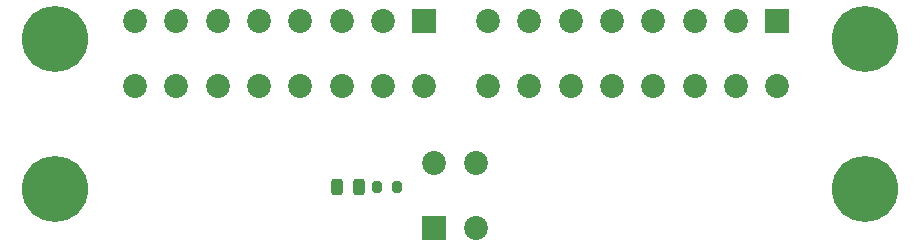
<source format=gts>
G04 #@! TF.GenerationSoftware,KiCad,Pcbnew,7.0.7*
G04 #@! TF.CreationDate,2023-09-04T23:56:59-07:00*
G04 #@! TF.ProjectId,PT Board Ground Systems V1.1,50542042-6f61-4726-9420-47726f756e64,rev?*
G04 #@! TF.SameCoordinates,Original*
G04 #@! TF.FileFunction,Soldermask,Top*
G04 #@! TF.FilePolarity,Negative*
%FSLAX46Y46*%
G04 Gerber Fmt 4.6, Leading zero omitted, Abs format (unit mm)*
G04 Created by KiCad (PCBNEW 7.0.7) date 2023-09-04 23:56:59*
%MOMM*%
%LPD*%
G01*
G04 APERTURE LIST*
G04 Aperture macros list*
%AMRoundRect*
0 Rectangle with rounded corners*
0 $1 Rounding radius*
0 $2 $3 $4 $5 $6 $7 $8 $9 X,Y pos of 4 corners*
0 Add a 4 corners polygon primitive as box body*
4,1,4,$2,$3,$4,$5,$6,$7,$8,$9,$2,$3,0*
0 Add four circle primitives for the rounded corners*
1,1,$1+$1,$2,$3*
1,1,$1+$1,$4,$5*
1,1,$1+$1,$6,$7*
1,1,$1+$1,$8,$9*
0 Add four rect primitives between the rounded corners*
20,1,$1+$1,$2,$3,$4,$5,0*
20,1,$1+$1,$4,$5,$6,$7,0*
20,1,$1+$1,$6,$7,$8,$9,0*
20,1,$1+$1,$8,$9,$2,$3,0*%
G04 Aperture macros list end*
%ADD10R,2.025000X2.025000*%
%ADD11C,2.025000*%
%ADD12C,3.600000*%
%ADD13C,5.600000*%
%ADD14RoundRect,0.200000X-0.200000X-0.275000X0.200000X-0.275000X0.200000X0.275000X-0.200000X0.275000X0*%
%ADD15RoundRect,0.243750X-0.243750X-0.456250X0.243750X-0.456250X0.243750X0.456250X-0.243750X0.456250X0*%
G04 APERTURE END LIST*
D10*
X60490000Y-28990000D03*
D11*
X60490000Y-34490000D03*
X56990000Y-28990000D03*
X56990000Y-34490000D03*
X53490000Y-28990000D03*
X53490000Y-34490000D03*
X49990000Y-28990000D03*
X49990000Y-34490000D03*
X46490000Y-28990000D03*
X46490000Y-34490000D03*
X42990000Y-28990000D03*
X42990000Y-34490000D03*
X39490000Y-28990000D03*
X39490000Y-34490000D03*
X35990000Y-28990000D03*
X35990000Y-34490000D03*
D12*
X97790000Y-30480000D03*
D13*
X97790000Y-30480000D03*
D10*
X90380000Y-28980000D03*
D11*
X90380000Y-34480000D03*
X86880000Y-28980000D03*
X86880000Y-34480000D03*
X83380000Y-28980000D03*
X83380000Y-34480000D03*
X79880000Y-28980000D03*
X79880000Y-34480000D03*
X76380000Y-28980000D03*
X76380000Y-34480000D03*
X72880000Y-28980000D03*
X72880000Y-34480000D03*
X69380000Y-28980000D03*
X69380000Y-34480000D03*
X65880000Y-28980000D03*
X65880000Y-34480000D03*
D12*
X29210000Y-30480000D03*
D13*
X29210000Y-30480000D03*
D10*
X61340000Y-46530000D03*
D11*
X61340000Y-41030000D03*
X64840000Y-46530000D03*
X64840000Y-41030000D03*
D14*
X56475200Y-43050000D03*
X58125200Y-43050000D03*
D12*
X29210000Y-43180000D03*
D13*
X29210000Y-43180000D03*
D15*
X53092500Y-43050000D03*
X54967500Y-43050000D03*
D12*
X97790000Y-43180000D03*
D13*
X97790000Y-43180000D03*
M02*

</source>
